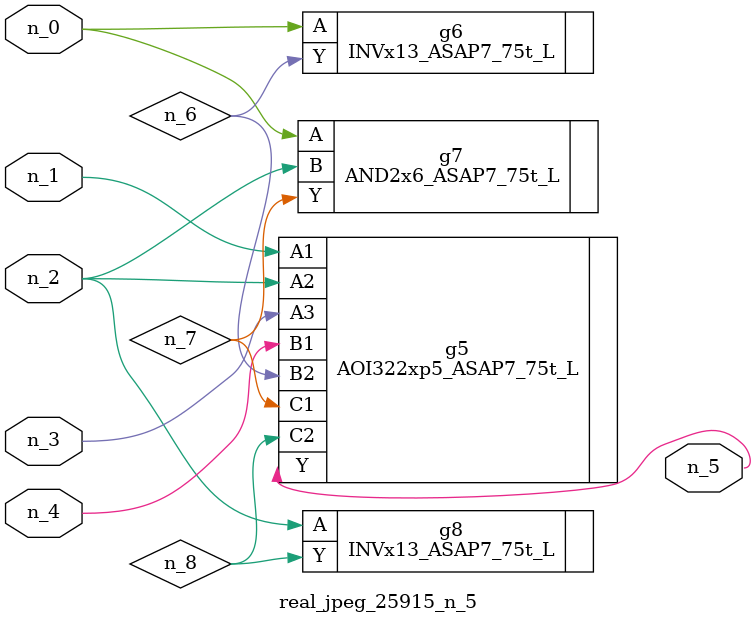
<source format=v>
module real_jpeg_25915_n_5 (n_4, n_0, n_1, n_2, n_3, n_5);

input n_4;
input n_0;
input n_1;
input n_2;
input n_3;

output n_5;

wire n_8;
wire n_6;
wire n_7;

INVx13_ASAP7_75t_L g6 ( 
.A(n_0),
.Y(n_6)
);

AND2x6_ASAP7_75t_L g7 ( 
.A(n_0),
.B(n_2),
.Y(n_7)
);

AOI322xp5_ASAP7_75t_L g5 ( 
.A1(n_1),
.A2(n_2),
.A3(n_3),
.B1(n_4),
.B2(n_6),
.C1(n_7),
.C2(n_8),
.Y(n_5)
);

INVx13_ASAP7_75t_L g8 ( 
.A(n_2),
.Y(n_8)
);


endmodule
</source>
